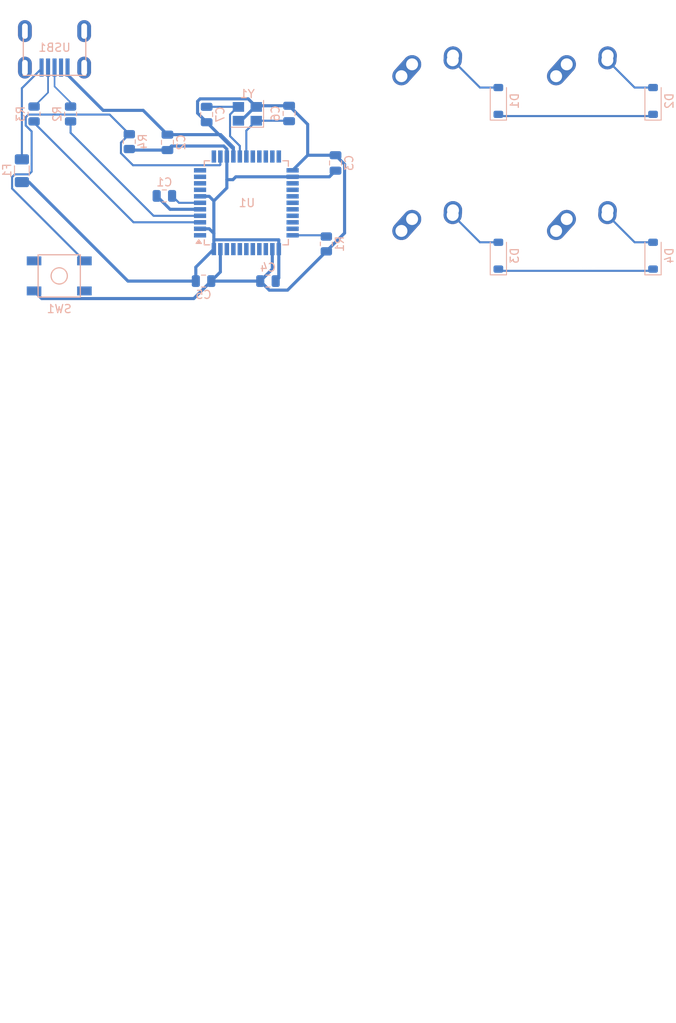
<source format=kicad_pcb>
(kicad_pcb (version 20240108) (generator "pcbnew") (generator_version "8.0")
  (layers (0 "F.Cu" signal) (31 "B.Cu" signal) (34 "B.Paste" user) (35 "F.Paste" user) (36 "B.SilkS" user "B.Silkscreen") (37 "F.SilkS" user "F.Silkscreen") (38 "B.Mask" user) (39 "F.Mask" user) (44 "Edge.Cuts" user))
  (net 0 "")
  (net 1 "Net-(U1-UCAP)")
  (net 2 "GND")
  (net 3 "+5V")
  (net 4 "Net-(U1-XTAL2)")
  (net 5 "Net-(U1-XTAL1)")
  (net 6 "Net-(D1-A)")
  (net 7 "ROW0")
  (net 8 "Net-(D2-A)")
  (net 9 "ROW1")
  (net 10 "Net-(D3-A)")
  (net 11 "Net-(D4-A)")
  (net 12 "VCC")
  (net 13 "COL0")
  (net 14 "COL1")
  (net 15 "Net-(U1-~{HWB}{slash}PE2)")
  (net 16 "D+")
  (net 17 "Net-(U1-D+)")
  (net 18 "D-")
  (net 19 "Net-(U1-D-)")
  (net 20 "Net-(U1-~{RESET})")
  (footprint "MX_Alps_Hybrid:MX-1U-NoLED" (layer "F.Cu") (at 192.111 89.852)
    (property "Reference" "MX4")
    (property "Value" "MX-NoLED")
    (pad "" np_thru_hole circle (at -5.08 0 48.0996) (size 1.75 1.75) (drill 1.75) (layers "*.Cu" "*.Mask"))
    (pad "" np_thru_hole circle (at 0 0) (size 3.9878 3.9878) (drill 3.9878) (layers "*.Cu" "*.Mask"))
    (pad "" np_thru_hole circle (at 5.08 0 48.0996) (size 1.75 1.75) (drill 1.75) (layers "*.Cu" "*.Mask"))
    (pad "1" thru_hole oval (at -3.81 -2.54 48.0996) (size 4.211556 2.25) (drill 1.47 (offset 0.980778 0)) (layers "*.Cu" "B.Mask") (net 14 "COL1"))
    (pad "1" thru_hole circle (at -2.5 -4) (size 2.25 2.25) (drill 1.47) (layers "*.Cu" "B.Mask") (net 14 "COL1"))
    (pad "2" thru_hole oval (at 2.5 -4.5 86.0548) (size 2.831378 2.25) (drill 1.47 (offset 0.290689 0)) (layers "*.Cu" "B.Mask") (net 11 "Net-(D4-A)"))
    (pad "2" thru_hole circle (at 2.54 -5.08) (size 2.25 2.25) (drill 1.47) (layers "*.Cu" "B.Mask") (net 11 "Net-(D4-A)"))
  )
  (footprint "MX_Alps_Hybrid:MX-1U-NoLED" (layer "F.Cu") (at 173.061 70.802)
    (property "Reference" "MX1")
    (property "Value" "MX-NoLED")
    (pad "" np_thru_hole circle (at -5.08 0 48.0996) (size 1.75 1.75) (drill 1.75) (layers "*.Cu" "*.Mask"))
    (pad "" np_thru_hole circle (at 0 0) (size 3.9878 3.9878) (drill 3.9878) (layers "*.Cu" "*.Mask"))
    (pad "" np_thru_hole circle (at 5.08 0 48.0996) (size 1.75 1.75) (drill 1.75) (layers "*.Cu" "*.Mask"))
    (pad "1" thru_hole oval (at -3.81 -2.54 48.0996) (size 4.211556 2.25) (drill 1.47 (offset 0.980778 0)) (layers "*.Cu" "B.Mask") (net 13 "COL0"))
    (pad "1" thru_hole circle (at -2.5 -4) (size 2.25 2.25) (drill 1.47) (layers "*.Cu" "B.Mask") (net 13 "COL0"))
    (pad "2" thru_hole oval (at 2.5 -4.5 86.0548) (size 2.831378 2.25) (drill 1.47 (offset 0.290689 0)) (layers "*.Cu" "B.Mask") (net 6 "Net-(D1-A)"))
    (pad "2" thru_hole circle (at 2.54 -5.08) (size 2.25 2.25) (drill 1.47) (layers "*.Cu" "B.Mask") (net 6 "Net-(D1-A)"))
  )
  (footprint "MX_Alps_Hybrid:MX-1U-NoLED" (layer "F.Cu") (at 192.111 70.802)
    (property "Reference" "MX2")
    (property "Value" "MX-NoLED")
    (pad "" np_thru_hole circle (at -5.08 0 48.0996) (size 1.75 1.75) (drill 1.75) (layers "*.Cu" "*.Mask"))
    (pad "" np_thru_hole circle (at 0 0) (size 3.9878 3.9878) (drill 3.9878) (layers "*.Cu" "*.Mask"))
    (pad "" np_thru_hole circle (at 5.08 0 48.0996) (size 1.75 1.75) (drill 1.75) (layers "*.Cu" "*.Mask"))
    (pad "1" thru_hole oval (at -3.81 -2.54 48.0996) (size 4.211556 2.25) (drill 1.47 (offset 0.980778 0)) (layers "*.Cu" "B.Mask") (net 14 "COL1"))
    (pad "1" thru_hole circle (at -2.5 -4) (size 2.25 2.25) (drill 1.47) (layers "*.Cu" "B.Mask") (net 14 "COL1"))
    (pad "2" thru_hole oval (at 2.5 -4.5 86.0548) (size 2.831378 2.25) (drill 1.47 (offset 0.290689 0)) (layers "*.Cu" "B.Mask") (net 8 "Net-(D2-A)"))
    (pad "2" thru_hole circle (at 2.54 -5.08) (size 2.25 2.25) (drill 1.47) (layers "*.Cu" "B.Mask") (net 8 "Net-(D2-A)"))
  )
  (footprint "MX_Alps_Hybrid:MX-1U-NoLED" (layer "F.Cu") (at 173.061 89.852)
    (property "Reference" "MX3")
    (property "Value" "MX-NoLED")
    (pad "" np_thru_hole circle (at -5.08 0 48.0996) (size 1.75 1.75) (drill 1.75) (layers "*.Cu" "*.Mask"))
    (pad "" np_thru_hole circle (at 0 0) (size 3.9878 3.9878) (drill 3.9878) (layers "*.Cu" "*.Mask"))
    (pad "" np_thru_hole circle (at 5.08 0 48.0996) (size 1.75 1.75) (drill 1.75) (layers "*.Cu" "*.Mask"))
    (pad "1" thru_hole oval (at -3.81 -2.54 48.0996) (size 4.211556 2.25) (drill 1.47 (offset 0.980778 0)) (layers "*.Cu" "B.Mask") (net 13 "COL0"))
    (pad "1" thru_hole circle (at -2.5 -4) (size 2.25 2.25) (drill 1.47) (layers "*.Cu" "B.Mask") (net 13 "COL0"))
    (pad "2" thru_hole oval (at 2.5 -4.5 86.0548) (size 2.831378 2.25) (drill 1.47 (offset 0.290689 0)) (layers "*.Cu" "B.Mask") (net 10 "Net-(D3-A)"))
    (pad "2" thru_hole circle (at 2.54 -5.08) (size 2.25 2.25) (drill 1.47) (layers "*.Cu" "B.Mask") (net 10 "Net-(D3-A)"))
  )
  (footprint "Crystal:Crystal_SMD_3225-4Pin_3.2x2.5mm" (layer "B.Cu") (at 150.27025 72.89425 180)
    (property "Reference" "Y1" (at 0 2.45 0) (layer "B.SilkS") (effects (justify mirror)))
    (property "Value" "16MHz")
    (fp_line (start 2 -1.65) (end -2 -1.65) (stroke (width 0.12)) (layer "B.SilkS"))
    (fp_line (start -2 -1.65) (end -2 1.65) (stroke (width 0.12)) (layer "B.SilkS"))
    (pad "1" smd rect (at -1.1 -0.85 180) (size 1.4 1.2) (layers "B.Cu" "B.Paste" "B.Mask") (net 5 "Net-(U1-XTAL1)"))
    (pad "2" smd rect (at 1.1 -0.85 180) (size 1.4 1.2) (layers "B.Cu" "B.Paste" "B.Mask") (net 2 "GND"))
    (pad "3" smd rect (at 1.1 0.85 180) (size 1.4 1.2) (layers "B.Cu" "B.Paste" "B.Mask") (net 4 "Net-(U1-XTAL2)"))
    (pad "4" smd rect (at -1.1 0.85 180) (size 1.4 1.2) (layers "B.Cu" "B.Paste" "B.Mask") (net 2 "GND"))
  )
  (footprint "Capacitor_SMD:C_0805_2012Metric" (layer "B.Cu") (at 155.41625 72.85225 -90)
    (property "Reference" "C6" (at 0 1.68 90) (layer "B.SilkS") (effects (justify mirror)))
    (property "Value" "22pF")
    (fp_line (start 0.261252 0.735) (end -0.261252 0.735) (stroke (width 0.12)) (layer "B.SilkS"))
    (fp_line (start 0.261252 -0.735) (end -0.261252 -0.735) (stroke (width 0.12)) (layer "B.SilkS"))
    (pad "1" smd roundrect (at -0.95 0 270) (size 1 1.45) (layers "B.Cu" "B.Paste" "B.Mask") (net 2 "GND"))
    (pad "2" smd roundrect (at 0.95 0 270) (size 1 1.45) (layers "B.Cu" "B.Paste" "B.Mask") (net 5 "Net-(U1-XTAL1)"))
  )
  (footprint "Diode_SMD:D_SOD-123" (layer "B.Cu") (at 181.189 90.361 90)
    (property "Reference" "D3" (at 0 2 90) (layer "B.SilkS") (effects (justify mirror)))
    (property "Value" "D_Small")
    (fp_line (start 1.65 -1) (end -2.36 -1) (stroke (width 0.12)) (layer "B.SilkS"))
    (fp_line (start -2.36 -1) (end -2.36 1) (stroke (width 0.12)) (layer "B.SilkS"))
    (fp_line (start 1.65 1) (end -2.36 1) (stroke (width 0.12)) (layer "B.SilkS"))
    (pad "1" smd roundrect (at -1.65 0 90) (size 0.9 1.2) (layers "B.Cu" "B.Paste" "B.Mask") (net 9 "ROW1"))
    (pad "2" smd roundrect (at 1.65 0 90) (size 0.9 1.2) (layers "B.Cu" "B.Paste" "B.Mask") (net 10 "Net-(D3-A)"))
  )
  (footprint "Capacitor_SMD:C_0805_2012Metric" (layer "B.Cu") (at 144.87525 93.48725)
    (property "Reference" "C5" (at 0 1.68 0) (layer "B.SilkS") (effects (justify mirror)))
    (property "Value" "10uF")
    (fp_line (start 0.261252 -0.735) (end -0.261252 -0.735) (stroke (width 0.12)) (layer "B.SilkS"))
    (fp_line (start 0.261252 0.735) (end -0.261252 0.735) (stroke (width 0.12)) (layer "B.SilkS"))
    (pad "1" smd roundrect (at -0.95 0) (size 1 1.45) (layers "B.Cu" "B.Paste" "B.Mask") (net 3 "+5V"))
    (pad "2" smd roundrect (at 0.95 0) (size 1 1.45) (layers "B.Cu" "B.Paste" "B.Mask") (net 2 "GND"))
  )
  (footprint "Diode_SMD:D_SOD-123" (layer "B.Cu") (at 200.239 71.31 90)
    (property "Reference" "D2" (at 0 2 90) (layer "B.SilkS") (effects (justify mirror)))
    (property "Value" "D_Small")
    (fp_line (start 1.65 -1) (end -2.36 -1) (stroke (width 0.12)) (layer "B.SilkS"))
    (fp_line (start -2.36 -1) (end -2.36 1) (stroke (width 0.12)) (layer "B.SilkS"))
    (fp_line (start 1.65 1) (end -2.36 1) (stroke (width 0.12)) (layer "B.SilkS"))
    (pad "1" smd roundrect (at -1.65 0 90) (size 0.9 1.2) (layers "B.Cu" "B.Paste" "B.Mask") (net 7 "ROW0"))
    (pad "2" smd roundrect (at 1.65 0 90) (size 0.9 1.2) (layers "B.Cu" "B.Paste" "B.Mask") (net 8 "Net-(D2-A)"))
  )
  (footprint "Capacitor_SMD:C_0805_2012Metric" (layer "B.Cu") (at 140.43025 76.40825 90)
    (property "Reference" "C2" (at 0 1.68 90) (layer "B.SilkS") (effects (justify mirror)))
    (property "Value" "0.1uF")
    (fp_line (start 0.261252 -0.735) (end -0.261252 -0.735) (stroke (width 0.12)) (layer "B.SilkS"))
    (fp_line (start 0.261252 0.735) (end -0.261252 0.735) (stroke (width 0.12)) (layer "B.SilkS"))
    (pad "1" smd roundrect (at -0.95 0 90) (size 1 1.45) (layers "B.Cu" "B.Paste" "B.Mask") (net 3 "+5V"))
    (pad "2" smd roundrect (at 0.95 0 90) (size 1 1.45) (layers "B.Cu" "B.Paste" "B.Mask") (net 2 "GND"))
  )
  (footprint "Diode_SMD:D_SOD-123" (layer "B.Cu") (at 181.189 71.311 90)
    (property "Reference" "D1" (at 0 2 90) (layer "B.SilkS") (effects (justify mirror)))
    (property "Value" "D_Small")
    (fp_line (start 1.65 -1) (end -2.36 -1) (stroke (width 0.12)) (layer "B.SilkS"))
    (fp_line (start -2.36 -1) (end -2.36 1) (stroke (width 0.12)) (layer "B.SilkS"))
    (fp_line (start 1.65 1) (end -2.36 1) (stroke (width 0.12)) (layer "B.SilkS"))
    (pad "1" smd roundrect (at -1.65 0 90) (size 0.9 1.2) (layers "B.Cu" "B.Paste" "B.Mask") (net 7 "ROW0"))
    (pad "2" smd roundrect (at 1.65 0 90) (size 0.9 1.2) (layers "B.Cu" "B.Paste" "B.Mask") (net 6 "Net-(D1-A)"))
  )
  (footprint "Capacitor_SMD:C_0805_2012Metric" (layer "B.Cu") (at 161.13125 78.94325 90)
    (property "Reference" "C3" (at 0 1.68 90) (layer "B.SilkS") (effects (justify mirror)))
    (property "Value" "0.1uF")
    (fp_line (start 0.261252 -0.735) (end -0.261252 -0.735) (stroke (width 0.12)) (layer "B.SilkS"))
    (fp_line (start 0.261252 0.735) (end -0.261252 0.735) (stroke (width 0.12)) (layer "B.SilkS"))
    (pad "1" smd roundrect (at -0.95 0 90) (size 1 1.45) (layers "B.Cu" "B.Paste" "B.Mask") (net 3 "+5V"))
    (pad "2" smd roundrect (at 0.95 0 90) (size 1 1.45) (layers "B.Cu" "B.Paste" "B.Mask") (net 2 "GND"))
  )
  (footprint "Capacitor_SMD:C_0805_2012Metric" (layer "B.Cu") (at 152.81025 93.48725 180)
    (property "Reference" "C4" (at 0 1.68 0) (layer "B.SilkS") (effects (justify mirror)))
    (property "Value" "0.1uF")
    (fp_line (start 0.261252 0.735) (end -0.261252 0.735) (stroke (width 0.12)) (layer "B.SilkS"))
    (fp_line (start 0.261252 -0.735) (end -0.261252 -0.735) (stroke (width 0.12)) (layer "B.SilkS"))
    (pad "1" smd roundrect (at -0.95 0 180) (size 1 1.45) (layers "B.Cu" "B.Paste" "B.Mask") (net 3 "+5V"))
    (pad "2" smd roundrect (at 0.95 0 180) (size 1 1.45) (layers "B.Cu" "B.Paste" "B.Mask") (net 2 "GND"))
  )
  (footprint "Capacitor_SMD:C_0805_2012Metric" (layer "B.Cu") (at 145.25625 72.97925 90)
    (property "Reference" "C7" (at 0 1.68 90) (layer "B.SilkS") (effects (justify mirror)))
    (property "Value" "22pF")
    (fp_line (start 0.261252 -0.735) (end -0.261252 -0.735) (stroke (width 0.12)) (layer "B.SilkS"))
    (fp_line (start 0.261252 0.735) (end -0.261252 0.735) (stroke (width 0.12)) (layer "B.SilkS"))
    (pad "1" smd roundrect (at -0.95 0 90) (size 1 1.45) (layers "B.Cu" "B.Paste" "B.Mask") (net 2 "GND"))
    (pad "2" smd roundrect (at 0.95 0 90) (size 1 1.45) (layers "B.Cu" "B.Paste" "B.Mask") (net 4 "Net-(U1-XTAL2)"))
  )
  (footprint "Resistor_SMD:R_0805_2012Metric" (layer "B.Cu") (at 128.5 72.9125 -90)
    (property "Reference" "R2" (at 0 1.65 90) (layer "B.SilkS") (effects (justify mirror)))
    (property "Value" "22")
    (fp_line (start 0.227064 0.735) (end -0.227064 0.735) (stroke (width 0.12)) (layer "B.SilkS"))
    (fp_line (start 0.227064 -0.735) (end -0.227064 -0.735) (stroke (width 0.12)) (layer "B.SilkS"))
    (pad "1" smd roundrect (at -0.9125 0 270) (size 1.025 1.4) (layers "B.Cu" "B.Paste" "B.Mask") (roundrect_rratio 0.243902) (net 16 "D+"))
    (pad "2" smd roundrect (at 0.9125 0 270) (size 1.025 1.4) (layers "B.Cu" "B.Paste" "B.Mask") (roundrect_rratio 0.243902) (net 17 "Net-(U1-D+)"))
  )
  (footprint "Resistor_SMD:R_0805_2012Metric" (layer "B.Cu") (at 135.73125 76.31875 90)
    (property "Reference" "R4" (at 0 1.65 90) (layer "B.SilkS") (effects (justify mirror)))
    (property "Value" "10k")
    (fp_line (start 0.227064 -0.735) (end -0.227064 -0.735) (stroke (width 0.12)) (layer "B.SilkS"))
    (fp_line (start 0.227064 0.735) (end -0.227064 0.735) (stroke (width 0.12)) (layer "B.SilkS"))
    (pad "1" smd roundrect (at -0.9125 0 90) (size 1.025 1.4) (layers "B.Cu" "B.Paste" "B.Mask") (roundrect_rratio 0.243902) (net 3 "+5V"))
    (pad "2" smd roundrect (at 0.9125 0 90) (size 1.025 1.4) (layers "B.Cu" "B.Paste" "B.Mask") (roundrect_rratio 0.243902) (net 20 "Net-(U1-~{RESET})"))
  )
  (footprint "random-keyboard-parts:Molex-0548190589" (layer "B.Cu") (at 126.525 62.70625 -90)
    (property "Reference" "USB1" (at 2.032 0 0) (layer "B.SilkS") (effects (justify mirror)))
    (property "Value" "Molex-0548190589")
    (fp_line (start 5.45 3.85) (end 0 3.85) (stroke (width 0.15)) (layer "B.SilkS"))
    (fp_line (start 5.45 -3.85) (end 5.45 3.85) (stroke (width 0.15)) (layer "B.SilkS"))
    (fp_line (start 5.45 -3.85) (end 0 -3.85) (stroke (width 0.15)) (layer "B.SilkS"))
    (pad "1" smd rect (at 4.5 -1.6 270) (size 2.25 0.5) (layers "B.Cu" "B.Paste" "B.Mask") (net 2 "GND"))
    (pad "2" smd rect (at 4.5 -0.8 270) (size 2.25 0.5) (layers "B.Cu" "B.Paste" "B.Mask"))
    (pad "3" smd rect (at 4.5 0 270) (size 2.25 0.5) (layers "B.Cu" "B.Paste" "B.Mask") (net 16 "D+"))
    (pad "4" smd rect (at 4.5 0.8 270) (size 2.25 0.5) (layers "B.Cu" "B.Paste" "B.Mask") (net 18 "D-"))
    (pad "5" smd rect (at 4.5 1.6 270) (size 2.25 0.5) (layers "B.Cu" "B.Paste" "B.Mask") (net 12 "VCC"))
    (pad "6" thru_hole oval (at 0 -3.65 270) (size 2.7 1.7) (drill oval 1.9 0.7) (layers "*.Cu" "*.Mask"))
    (pad "6" thru_hole oval (at 0 3.65 270) (size 2.7 1.7) (drill oval 1.9 0.7) (layers "*.Cu" "*.Mask"))
    (pad "6" thru_hole oval (at 4.5 -3.65 270) (size 2.7 1.7) (drill oval 1.9 0.7) (layers "*.Cu" "*.Mask"))
    (pad "6" thru_hole oval (at 4.5 3.65 270) (size 2.7 1.7) (drill oval 1.9 0.7) (layers "*.Cu" "*.Mask"))
  )
  (footprint "Package_QFP:TQFP-44_10x10mm_P0.8mm" (layer "B.Cu") (at 150.14625 83.85025)
    (property "Reference" "U1" (at 0.064 0.015 0) (layer "B.SilkS") (effects (justify mirror)))
    (property "Value" "ATmega32U4-A")
    (fp_line (start -5.175 -4.5) (end -5.175 -5.175) (stroke (width 0.15)) (layer "B.SilkS"))
    (fp_line (start -5.175 4.56) (end -5.175 5.175) (stroke (width 0.15)) (layer "B.SilkS"))
    (fp_line (start -4.5 -5.175) (end -5.175 -5.175) (stroke (width 0.15)) (layer "B.SilkS"))
    (fp_line (start -4.5 5.175) (end -5.175 5.175) (stroke (width 0.15)) (layer "B.SilkS"))
    (fp_line (start 4.5 -5.175) (end 5.175 -5.175) (stroke (width 0.15)) (layer "B.SilkS"))
    (fp_line (start 4.5 5.175) (end 5.175 5.175) (stroke (width 0.15)) (layer "B.SilkS"))
    (fp_line (start 5.175 -4.5) (end 5.175 -5.175) (stroke (width 0.15)) (layer "B.SilkS"))
    (fp_line (start 5.175 4.5) (end 5.175 5.175) (stroke (width 0.15)) (layer "B.SilkS"))
    (fp_poly (pts (xy -5.86 4.54) (xy -6.2 5.01) (xy -5.52 5.01) (xy -5.86 4.54)) (stroke (width 0.12)) (fill solid) (layer "B.SilkS"))
    (pad "1" smd rect (at -5.7 4) (size 1.5 0.55) (layers "B.Cu" "B.Paste" "B.Mask"))
    (pad "2" smd rect (at -5.7 3.2) (size 1.5 0.55) (layers "B.Cu" "B.Paste" "B.Mask") (net 3 "+5V"))
    (pad "3" smd rect (at -5.7 2.4) (size 1.5 0.55) (layers "B.Cu" "B.Paste" "B.Mask") (net 19 "Net-(U1-D-)"))
    (pad "4" smd rect (at -5.7 1.6) (size 1.5 0.55) (layers "B.Cu" "B.Paste" "B.Mask") (net 17 "Net-(U1-D+)"))
    (pad "5" smd rect (at -5.7 0.8) (size 1.5 0.55) (layers "B.Cu" "B.Paste" "B.Mask") (net 2 "GND"))
    (pad "6" smd rect (at -5.7 0) (size 1.5 0.55) (layers "B.Cu" "B.Paste" "B.Mask") (net 1 "Net-(U1-UCAP)"))
    (pad "7" smd rect (at -5.7 -0.8) (size 1.5 0.55) (layers "B.Cu" "B.Paste" "B.Mask") (net 3 "+5V"))
    (pad "8" smd rect (at -5.7 -1.6) (size 1.5 0.55) (layers "B.Cu" "B.Paste" "B.Mask"))
    (pad "9" smd rect (at -5.7 -2.4) (size 1.5 0.55) (layers "B.Cu" "B.Paste" "B.Mask"))
    (pad "10" smd rect (at -5.7 -3.2) (size 1.5 0.55) (layers "B.Cu" "B.Paste" "B.Mask"))
    (pad "11" smd rect (at -5.7 -4) (size 1.5 0.55) (layers "B.Cu" "B.Paste" "B.Mask"))
    (pad "12" smd rect (at -4 -5.7 270) (size 1.5 0.55) (layers "B.Cu" "B.Paste" "B.Mask"))
    (pad "13" smd rect (at -3.2 -5.7 270) (size 1.5 0.55) (layers "B.Cu" "B.Paste" "B.Mask") (net 20 "Net-(U1-~{RESET})"))
    (pad "14" smd rect (at -2.4 -5.7 270) (size 1.5 0.55) (layers "B.Cu" "B.Paste" "B.Mask") (net 3 "+5V"))
    (pad "15" smd rect (at -1.6 -5.7 270) (size 1.5 0.55) (layers "B.Cu" "B.Paste" "B.Mask") (net 2 "GND"))
    (pad "16" smd rect (at -0.8 -5.7 270) (size 1.5 0.55) (layers "B.Cu" "B.Paste" "B.Mask") (net 4 "Net-(U1-XTAL2)"))
    (pad "17" smd rect (at 0 -5.7 270) (size 1.5 0.55) (layers "B.Cu" "B.Paste" "B.Mask") (net 5 "Net-(U1-XTAL1)"))
    (pad "18" smd rect (at 0.8 -5.7 270) (size 1.5 0.55) (layers "B.Cu" "B.Paste" "B.Mask"))
    (pad "19" smd rect (at 1.6 -5.7 270) (size 1.5 0.55) (layers "B.Cu" "B.Paste" "B.Mask"))
    (pad "20" smd rect (at 2.4 -5.7 270) (size 1.5 0.55) (layers "B.Cu" "B.Paste" "B.Mask"))
    (pad "21" smd rect (at 3.2 -5.7 270) (size 1.5 0.55) (layers "B.Cu" "B.Paste" "B.Mask"))
    (pad "22" smd rect (at 4 -5.7 270) (size 1.5 0.55) (layers "B.Cu" "B.Paste" "B.Mask"))
    (pad "23" smd rect (at 5.7 -4) (size 1.5 0.55) (layers "B.Cu" "B.Paste" "B.Mask") (net 2 "GND"))
    (pad "24" smd rect (at 5.7 -3.2) (size 1.5 0.55) (layers "B.Cu" "B.Paste" "B.Mask") (net 3 "+5V"))
    (pad "25" smd rect (at 5.7 -2.4) (size 1.5 0.55) (layers "B.Cu" "B.Paste" "B.Mask"))
    (pad "26" smd rect (at 5.7 -1.6) (size 1.5 0.55) (layers "B.Cu" "B.Paste" "B.Mask"))
    (pad "27" smd rect (at 5.7 -0.8) (size 1.5 0.55) (layers "B.Cu" "B.Paste" "B.Mask"))
    (pad "28" smd rect (at 5.7 0) (size 1.5 0.55) (layers "B.Cu" "B.Paste" "B.Mask"))
    (pad "29" smd rect (at 5.7 0.8) (size 1.5 0.55) (layers "B.Cu" "B.Paste" "B.Mask"))
    (pad "30" smd rect (at 5.7 1.6) (size 1.5 0.55) (layers "B.Cu" "B.Paste" "B.Mask"))
    (pad "31" smd rect (at 5.7 2.4) (size 1.5 0.55) (layers "B.Cu" "B.Paste" "B.Mask"))
    (pad "32" smd rect (at 5.7 3.2) (size 1.5 0.55) (layers "B.Cu" "B.Paste" "B.Mask"))
    (pad "33" smd rect (at 5.7 4) (size 1.5 0.55) (layers "B.Cu" "B.Paste" "B.Mask") (net 15 "Net-(U1-~{HWB}{slash}PE2)"))
    (pad "34" smd rect (at 4 5.7 270) (size 1.5 0.55) (layers "B.Cu" "B.Paste" "B.Mask") (net 3 "+5V"))
    (pad "35" smd rect (at 3.2 5.7 270) (size 1.5 0.55) (layers "B.Cu" "B.Paste" "B.Mask") (net 2 "GND"))
    (pad "36" smd rect (at 2.4 5.7 270) (size 1.5 0.55) (layers "B.Cu" "B.Paste" "B.Mask"))
    (pad "37" smd rect (at 1.6 5.7 270) (size 1.5 0.55) (layers "B.Cu" "B.Paste" "B.Mask"))
    (pad "38" smd rect (at 0.8 5.7 270) (size 1.5 0.55) (layers "B.Cu" "B.Paste" "B.Mask"))
    (pad "39" smd rect (at 0 5.7 270) (size 1.5 0.55) (layers "B.Cu" "B.Paste" "B.Mask"))
    (pad "40" smd rect (at -0.8 5.7 270) (size 1.5 0.55) (layers "B.Cu" "B.Paste" "B.Mask"))
    (pad "41" smd rect (at -1.6 5.7 270) (size 1.5 0.55) (layers "B.Cu" "B.Paste" "B.Mask"))
    (pad "42" smd rect (at -2.4 5.7 270) (size 1.5 0.55) (layers "B.Cu" "B.Paste" "B.Mask"))
    (pad "43" smd rect (at -3.2 5.7 270) (size 1.5 0.55) (layers "B.Cu" "B.Paste" "B.Mask") (net 2 "GND"))
    (pad "44" smd rect (at -4 5.7 270) (size 1.5 0.55) (layers "B.Cu" "B.Paste" "B.Mask") (net 3 "+5V"))
  )
  (footprint "random-keyboard-parts:SKQG-1155865" (layer "B.Cu") (at 127.1 92.85 180)
    (property "Reference" "SW1" (at 0 -4.064 0) (layer "B.SilkS") (effects (justify mirror)))
    (property "Value" "SW_Push")
    (fp_line (start 2.6 2.6) (end -2.6 2.6) (stroke (width 0.15)) (layer "B.SilkS"))
    (fp_line (start 2.6 -2.6) (end 2.6 2.6) (stroke (width 0.15)) (layer "B.SilkS"))
    (fp_line (start -2.6 2.6) (end -2.6 -2.6) (stroke (width 0.15)) (layer "B.SilkS"))
    (fp_line (start -2.6 -2.6) (end 2.6 -2.6) (stroke (width 0.15)) (layer "B.SilkS"))
    (fp_circle (center 0 0) (end 1 0) (stroke (width 0.15)) (fill none) (layer "B.SilkS"))
    (pad "1" smd rect (at 3.1 -1.85 180) (size 1.8 1.1) (layers "B.Cu" "B.Paste" "B.Mask") (net 2 "GND"))
    (pad "2" smd rect (at -3.1 1.85 180) (size 1.8 1.1) (layers "B.Cu" "B.Paste" "B.Mask") (net 20 "Net-(U1-~{RESET})"))
    (pad "3" smd rect (at 3.1 1.85 180) (size 1.8 1.1) (layers "B.Cu" "B.Paste" "B.Mask"))
    (pad "4" smd rect (at -3.1 -1.85 180) (size 1.8 1.1) (layers "B.Cu" "B.Paste" "B.Mask"))
  )
  (footprint "Capacitor_SMD:C_0805_2012Metric" (layer "B.Cu") (at 140.05 83 180)
    (property "Reference" "C1" (at 0 1.68 0) (layer "B.SilkS") (effects (justify mirror)))
    (property "Value" "1uF")
    (fp_line (start 0.261252 0.735) (end -0.261252 0.735) (stroke (width 0.12)) (layer "B.SilkS"))
    (fp_line (start 0.261252 -0.735) (end -0.261252 -0.735) (stroke (width 0.12)) (layer "B.SilkS"))
    (pad "1" smd roundrect (at -0.95 0 180) (size 1 1.45) (layers "B.Cu" "B.Paste" "B.Mask") (net 1 "Net-(U1-UCAP)"))
    (pad "2" smd roundrect (at 0.95 0 180) (size 1 1.45) (layers "B.Cu" "B.Paste" "B.Mask") (net 2 "GND"))
  )
  (footprint "Diode_SMD:D_SOD-123" (layer "B.Cu") (at 200.239 90.361 90)
    (property "Reference" "D4" (at 0 2 90) (layer "B.SilkS") (effects (justify mirror)))
    (property "Value" "D_Small")
    (fp_line (start 1.65 -1) (end -2.36 -1) (stroke (width 0.12)) (layer "B.SilkS"))
    (fp_line (start -2.36 -1) (end -2.36 1) (stroke (width 0.12)) (layer "B.SilkS"))
    (fp_line (start 1.65 1) (end -2.36 1) (stroke (width 0.12)) (layer "B.SilkS"))
    (pad "1" smd roundrect (at -1.65 0 90) (size 0.9 1.2) (layers "B.Cu" "B.Paste" "B.Mask") (net 9 "ROW1"))
    (pad "2" smd roundrect (at 1.65 0 90) (size 0.9 1.2) (layers "B.Cu" "B.Paste" "B.Mask") (net 11 "Net-(D4-A)"))
  )
  (footprint "Resistor_SMD:R_0805_2012Metric" (layer "B.Cu") (at 160 88.9125 90)
    (property "Reference" "R1" (at 0 1.65 90) (layer "B.SilkS") (effects (justify mirror)))
    (property "Value" "10k")
    (fp_line (start 0.227064 -0.735) (end -0.227064 -0.735) (stroke (width 0.12)) (layer "B.SilkS"))
    (fp_line (start 0.227064 0.735) (end -0.227064 0.735) (stroke (width 0.12)) (layer "B.SilkS"))
    (pad "1" smd roundrect (at -0.9125 0 90) (size 1.025 1.4) (layers "B.Cu" "B.Paste" "B.Mask") (roundrect_rratio 0.243902) (net 2 "GND"))
    (pad "2" smd roundrect (at 0.9125 0 90) (size 1.025 1.4) (layers "B.Cu" "B.Paste" "B.Mask") (roundrect_rratio 0.243902) (net 15 "Net-(U1-~{HWB}{slash}PE2)"))
  )
  (footprint "Fuse:Fuse_1206_3216Metric" (layer "B.Cu") (at 122.5 79.9 -90)
    (property "Reference" "F1" (at 0 1.82 90) (layer "B.SilkS") (effects (justify mirror)))
    (property "Value" "500mA")
    (fp_line (start 0.602064 0.91) (end -0.602064 0.91) (stroke (width 0.12)) (layer "B.SilkS"))
    (fp_line (start 0.602064 -0.91) (end -0.602064 -0.91) (stroke (width 0.12)) (layer "B.SilkS"))
    (pad "1" smd roundrect (at -1.4 0 270) (size 1.25 1.75) (layers "B.Cu" "B.Paste" "B.Mask") (roundrect_rratio 0.2) (net 12 "VCC"))
    (pad "2" smd roundrect (at 1.4 0 270) (size 1.25 1.75) (layers "B.Cu" "B.Paste" "B.Mask") (roundrect_rratio 0.2) (net 3 "+5V"))
  )
  (footprint "Resistor_SMD:R_0805_2012Metric" (layer "B.Cu") (at 124 72.9125 -90)
    (property "Reference" "R3" (at 0 1.65 90) (layer "B.SilkS") (effects (justify mirror)))
    (property "Value" "22")
    (fp_line (start 0.227064 0.735) (end -0.227064 0.735) (stroke (width 0.12)) (layer "B.SilkS"))
    (fp_line (start 0.227064 -0.735) (end -0.227064 -0.735) (stroke (width 0.12)) (layer "B.SilkS"))
    (pad "1" smd roundrect (at -0.9125 0 270) (size 1.025 1.4) (layers "B.Cu" "B.Paste" "B.Mask") (roundrect_rratio 0.243902) (net 18 "D-"))
    (pad "2" smd roundrect (at 0.9125 0 270) (size 1.025 1.4) (layers "B.Cu" "B.Paste" "B.Mask") (roundrect_rratio 0.243902) (net 19 "Net-(U1-D-)"))
  )
  (segment (start 141 83) (end 141.85025 83.85025) (width 0.254) (layer "B.Cu") (net 1))
  (segment (start 141.85025 83.85025) (end 144.44625 83.85025) (width 0.254) (layer "B.Cu") (net 1))
  (segment (start 128.125 68.08125) (end 132.51175 72.468) (width 0.381) (layer "B.Cu") (net 2))
  (segment (start 124.9405 95.6405) (end 143.672 95.6405) (width 0.381) (layer "B.Cu") (net 2))
  (segment (start 148.54625 77.01925) (end 148.54625 78.15025) (width 0.381) (layer "B.Cu") (net 2))
  (segment (start 161.13125 77.99325) (end 157.70325 77.99325) (width 0.381) (layer "B.Cu") (net 2))
  (segment (start 150.37975 71.05375) (end 151.37025 72.04425) (width 0.381) (layer "B.Cu") (net 2))
  (segment (start 144.14075 72.81375) (end 144.14075 71.35925) (width 0.381) (layer "B.Cu") (net 2))
  (segment (start 157.70325 77.99325) (end 155.84625 79.85025) (width 0.381) (layer "B.Cu") (net 2))
  (segment (start 162.24675 79.10875) (end 161.13125 77.99325) (width 0.381) (layer "B.Cu") (net 2))
  (segment (start 155.41625 71.90225) (end 151.51225 71.90225) (width 0.381) (layer "B.Cu") (net 2))
  (segment (start 145.25625 73.92925) (end 144.14075 72.81375) (width 0.381) (layer "B.Cu") (net 2))
  (segment (start 153.34625 92.00125) (end 153.34625 89.55025) (width 0.381) (layer "B.Cu") (net 2))
  (segment (start 144.14075 71.35925) (end 144.44625 71.05375) (width 0.381) (layer "B.Cu") (net 2))
  (segment (start 160 89.825) (end 162.24675 87.57825) (width 0.381) (layer "B.Cu") (net 2))
  (segment (start 137.44 72.468) (end 140.43025 75.45825) (width 0.381) (layer "B.Cu") (net 2))
  (segment (start 160 89.825) (end 155.22225 94.60275) (width 0.381) (layer "B.Cu") (net 2))
  (segment (start 151.2095 72.04425) (end 149.5095 73.74425) (width 0.381) (layer "B.Cu") (net 2))
  (segment (start 128.125 67.20625) (end 128.125 68.08125) (width 0.381) (layer "B.Cu") (net 2))
  (segment (start 151.51225 71.90225) (end 151.37025 72.04425) (width 0.381) (layer "B.Cu") (net 2))
  (segment (start 140.43025 75.45825) (end 146.98525 75.45825) (width 0.381) (layer "B.Cu") (net 2))
  (segment (start 145.82525 93.48725) (end 151.86025 93.48725) (width 0.381) (layer "B.Cu") (net 2))
  (segment (start 139.1 83) (end 140.75025 84.65025) (width 0.381) (layer "B.Cu") (net 2))
  (segment (start 148.54625 77.21925) (end 148.54625 78.15025) (width 0.381) (layer "B.Cu") (net 2))
  (segment (start 151.86025 93.48725) (end 153.34625 92.00125) (width 0.381) (layer "B.Cu") (net 2))
  (segment (start 152.97575 94.60275) (end 151.86025 93.48725) (width 0.381) (layer "B.Cu") (net 2))
  (segment (start 155.22225 94.60275) (end 152.97575 94.60275) (width 0.381) (layer "B.Cu") (net 2))
  (segment (start 144.44625 71.05375) (end 150.37975 71.05375) (width 0.381) (layer "B.Cu") (net 2))
  (segment (start 145.25625 73.92925) (end 148.54625 77.21925) (width 0.381) (layer "B.Cu") (net 2))
  (segment (start 132.51175 72.468) (end 137.44 72.468) (width 0.381) (layer "B.Cu") (net 2))
  (segment (start 140.75025 84.65025) (end 144.44625 84.65025) (width 0.381) (layer "B.Cu") (net 2))
  (segment (start 155.41625 71.90225) (end 157.70325 74.18925) (width 0.381) (layer "B.Cu") (net 2))
  (segment (start 145.82525 93.48725) (end 146.94625 92.36625) (width 0.381) (layer "B.Cu") (net 2))
  (segment (start 143.672 95.6405) (end 145.82525 93.48725) (width 0.381) (layer "B.Cu") (net 2))
  (segment (start 146.94625 92.36625) (end 146.94625 89.55025) (width 0.381) (layer "B.Cu") (net 2))
  (segment (start 162.24675 87.57825) (end 162.24675 79.10875) (width 0.381) (layer "B.Cu") (net 2))
  (segment (start 149.5095 73.74425) (end 149.17025 73.74425) (width 0.381) (layer "B.Cu") (net 2))
  (segment (start 124 94.7) (end 124.9405 95.6405) (width 0.381) (layer "B.Cu") (net 2))
  (segment (start 151.37025 72.04425) (end 151.2095 72.04425) (width 0.381) (layer "B.Cu") (net 2))
  (segment (start 157.70325 74.18925) (end 157.70325 77.99325) (width 0.381) (layer "B.Cu") (net 2))
  (segment (start 146.98525 75.45825) (end 148.54625 77.01925) (width 0.381) (layer "B.Cu") (net 2))
  (segment (start 147.363654 76.858312) (end 147.74625 77.240908) (width 0.381) (layer "B.Cu") (net 3))
  (segment (start 147.74625 77.240908) (end 147.74625 78.15025) (width 0.381) (layer "B.Cu") (net 3))
  (segment (start 148.84975 80.65025) (end 155.84625 80.65025) (width 0.381) (layer "B.Cu") (net 3))
  (segment (start 146.15575 88.40975) (end 154.13675 88.40975) (width 0.381) (layer "B.Cu") (net 3))
  (segment (start 140.43025 77.35825) (end 135.85825 77.35825) (width 0.381) (layer "B.Cu") (net 3))
  (segment (start 140.43025 77.35825) (end 140.930188 76.858312) (width 0.381) (layer "B.Cu") (net 3))
  (segment (start 146.14625 83.61925) (end 147.74625 82.01925) (width 0.381) (layer "B.Cu") (net 3))
  (segment (start 155.84625 80.65025) (end 160.37425 80.65025) (width 0.381) (layer "B.Cu") (net 3))
  (segment (start 123.375 81.3) (end 135.56225 93.48725) (width 0.381) (layer "B.Cu") (net 3))
  (segment (start 146.14625 87.61925) (end 145.57725 87.05025) (width 0.381) (layer "B.Cu") (net 3))
  (segment (start 154.13675 88.40975) (end 154.14625 88.41925) (width 0.381) (layer "B.Cu") (net 3))
  (segment (start 145.57725 87.05025) (end 144.44625 87.05025) (width 0.381) (layer "B.Cu") (net 3))
  (segment (start 146.14625 88.41925) (end 146.14625 87.61925) (width 0.381) (layer "B.Cu") (net 3))
  (segment (start 154.14625 93.10125) (end 153.76025 93.48725) (width 0.381) (layer "B.Cu") (net 3))
  (segment (start 147.74625 81) (end 148.5 81) (width 0.381) (layer "B.Cu") (net 3))
  (segment (start 135.85825 77.35825) (end 135.73125 77.23125) (width 0.381) (layer "B.Cu") (net 3))
  (segment (start 147.74625 82.01925) (end 147.74625 81) (width 0.381) (layer "B.Cu") (net 3))
  (segment (start 145.57725 83.05025) (end 144.44625 83.05025) (width 0.381) (layer "B.Cu") (net 3))
  (segment (start 143.92525 91.77125) (end 146.14625 89.55025) (width 0.381) (layer "B.Cu") (net 3))
  (segment (start 148.5 81) (end 148.84975 80.65025) (width 0.381) (layer "B.Cu") (net 3))
  (segment (start 147.74625 81) (end 147.74625 78.15025) (width 0.381) (layer "B.Cu") (net 3))
  (segment (start 140.930188 76.858312) (end 147.363654 76.858312) (width 0.381) (layer "B.Cu") (net 3))
  (segment (start 146.14625 89.55025) (end 146.14625 88.41925) (width 0.381) (layer "B.Cu") (net 3))
  (segment (start 146.14625 88.41925) (end 146.15575 88.40975) (width 0.381) (layer "B.Cu") (net 3))
  (segment (start 143.92525 93.48725) (end 143.92525 91.77125) (width 0.381) (layer "B.Cu") (net 3))
  (segment (start 122.5 81.3) (end 123.375 81.3) (width 0.381) (layer "B.Cu") (net 3))
  (segment (start 154.14625 88.41925) (end 154.14625 89.55025) (width 0.381) (layer "B.Cu") (net 3))
  (segment (start 154.14625 89.55025) (end 154.14625 93.10125) (width 0.381) (layer "B.Cu") (net 3))
  (segment (start 135.56225 93.48725) (end 143.92525 93.48725) (width 0.381) (layer "B.Cu") (net 3))
  (segment (start 160.37425 80.65025) (end 161.13125 79.89325) (width 0.381) (layer "B.Cu") (net 3))
  (segment (start 146.14625 83.61925) (end 145.57725 83.05025) (width 0.381) (layer "B.Cu") (net 3))
  (segment (start 146.14625 87.61925) (end 146.14625 83.61925) (width 0.381) (layer "B.Cu") (net 3))
  (segment (start 148.14325 75.64325) (end 149.34625 76.84625) (width 0.254) (layer "B.Cu") (net 4))
  (segment (start 149.07025 72.04425) (end 148.14325 72.97125) (width 0.254) (layer "B.Cu") (net 4))
  (segment (start 148.14325 72.97125) (end 148.14325 75.64325) (width 0.254) (layer "B.Cu") (net 4))
  (segment (start 149.17025 72.04425) (end 149.07025 72.04425) (width 0.254) (layer "B.Cu") (net 4))
  (segment (start 145.25625 72.02925) (end 149.15525 72.02925) (width 0.254) (layer "B.Cu") (net 4))
  (segment (start 149.34625 76.84625) (end 149.34625 78.15025) (width 0.254) (layer "B.Cu") (net 4))
  (segment (start 149.15525 72.02925) (end 149.17025 72.04425) (width 0.254) (layer "B.Cu") (net 4))
  (segment (start 155.35825 73.74425) (end 155.41625 73.80225) (width 0.254) (layer "B.Cu") (net 5))
  (segment (start 151.37025 73.74425) (end 155.35825 73.74425) (width 0.254) (layer "B.Cu") (net 5))
  (segment (start 150.14625 74.96825) (end 150.14625 78.15025) (width 0.254) (layer "B.Cu") (net 5))
  (segment (start 151.37025 73.74425) (end 150.14625 74.96825) (width 0.254) (layer "B.Cu") (net 5))
  (segment (start 178.92 69.661) (end 175.561 66.302) (width 0.254) (layer "B.Cu") (net 6))
  (segment (start 181.189 69.661) (end 178.92 69.661) (width 0.254) (layer "B.Cu") (net 6))
  (segment (start 181.4009 73.1729) (end 200.0261 73.1729) (width 0.254) (layer "B.Cu") (net 7))
  (segment (start 181.189 72.961) (end 181.4009 73.1729) (width 0.254) (layer "B.Cu") (net 7))
  (segment (start 200.0261 73.1729) (end 200.239 72.96) (width 0.254) (layer "B.Cu") (net 7))
  (segment (start 200.239 69.66) (end 197.969 69.66) (width 0.254) (layer "B.Cu") (net 8))
  (segment (start 197.969 69.66) (end 194.611 66.302) (width 0.254) (layer "B.Cu") (net 8))
  (segment (start 200.0271 92.2229) (end 200.239 92.011) (width 0.254) (layer "B.Cu") (net 9))
  (segment (start 181.189 92.011) (end 181.4009 92.2229) (width 0.254) (layer "B.Cu") (net 9))
  (segment (start 181.4009 92.2229) (end 200.0271 92.2229) (width 0.254) (layer "B.Cu") (net 9))
  (segment (start 181.189 88.711) (end 178.92 88.711) (width 0.254) (layer "B.Cu") (net 10))
  (segment (start 178.92 88.711) (end 175.561 85.352) (width 0.254) (layer "B.Cu") (net 10))
  (segment (start 200.239 88.711) (end 197.97 88.711) (width 0.254) (layer "B.Cu") (net 11))
  (segment (start 197.97 88.711) (end 194.611 85.352) (width 0.254) (layer "B.Cu") (net 11))
  (segment (start 124.925 67.320779) (end 124.925 67.20625) (width 0.254) (layer "B.Cu") (net 12))
  (segment (start 122.5 78.5) (end 122.5 69.745779) (width 0.254) (layer "B.Cu") (net 12))
  (segment (start 122.5 69.745779) (end 124.925 67.320779) (width 0.254) (layer "B.Cu") (net 12))
  (segment (start 159.85025 87.85025) (end 160 88) (width 0.254) (layer "B.Cu") (net 15))
  (segment (start 155.84625 87.85025) (end 159.85025 87.85025) (width 0.254) (layer "B.Cu") (net 15))
  (segment (start 128.5 72) (end 128.5 71.5) (width 0.2) (layer "B.Cu") (net 16))
  (segment (start 128.5 71.5) (end 126.525 69.525) (width 0.2) (layer "B.Cu") (net 16))
  (segment (start 126.525 69.525) (end 126.525 67.20625) (width 0.2) (layer "B.Cu") (net 16))
  (segment (start 138.724322 85.45025) (end 144.44625 85.45025) (width 0.254) (layer "B.Cu") (net 17))
  (segment (start 128.5 75.225928) (end 138.724322 85.45025) (width 0.254) (layer "B.Cu") (net 17))
  (segment (start 128.5 73.825) (end 128.5 75.225928) (width 0.254) (layer "B.Cu") (net 17))
  (segment (start 125.725 70.275) (end 125.725 67.20625) (width 0.2) (layer "B.Cu") (net 18))
  (segment (start 124 72) (end 125.725 70.275) (width 0.2) (layer "B.Cu") (net 18))
  (segment (start 124 73.825) (end 124 74) (width 0.254) (layer "B.Cu") (net 19))
  (segment (start 124 74) (end 136.25025 86.25025) (width 0.254) (layer "B.Cu") (net 19))
  (segment (start 136.25025 86.25025) (end 144.44625 86.25025) (width 0.254) (layer "B.Cu") (net 19))
  (segment (start 146.87325 79.22725) (end 146.94625 79.15425) (width 0.254) (layer "B.Cu") (net 20))
  (segment (start 136.191822 79.22725) (end 146.87325 79.22725) (width 0.254) (layer "B.Cu") (net 20))
  (segment (start 134.70425 76.43325) (end 134.70425 77.739678) (width 0.254) (layer "B.Cu") (net 20))
  (segment (start 121.298 82.098) (end 121.298 80.679072) (width 0.254) (layer "B.Cu") (net 20))
  (segment (start 123.702 75.062428) (end 122.973 74.333428) (width 0.254) (layer "B.Cu") (net 20))
  (segment (start 130.2 91) (end 121.298 82.098) (width 0.254) (layer "B.Cu") (net 20))
  (segment (start 123.702 80.016928) (end 123.702 75.062428) (width 0.254) (layer "B.Cu") (net 20))
  (segment (start 146.94625 79.15425) (end 146.94625 78.15025) (width 0.254) (layer "B.Cu") (net 20))
  (segment (start 135.73125 75.40625) (end 134.70425 76.43325) (width 0.254) (layer "B.Cu") (net 20))
  (segment (start 123.370928 80.348) (end 123.702 80.016928) (width 0.254) (layer "B.Cu") (net 20))
  (segment (start 121.298 80.679072) (end 121.629072 80.348) (width 0.254) (layer "B.Cu") (net 20))
  (segment (start 134.70425 77.739678) (end 136.191822 79.22725) (width 0.254) (layer "B.Cu") (net 20))
  (segment (start 123.304072 72.9855) (end 133.3105 72.9855) (width 0.254) (layer "B.Cu") (net 20))
  (segment (start 122.973 73.316572) (end 123.304072 72.9855) (width 0.254) (layer "B.Cu") (net 20))
  (segment (start 122.973 74.333428) (end 122.973 73.316572) (width 0.254) (layer "B.Cu") (net 20))
  (segment (start 121.629072 80.348) (end 123.370928 80.348) (width 0.254) (layer "B.Cu") (net 20))
  (segment (start 133.3105 72.9855) (end 135.73125 75.40625) (width 0.254) (layer "B.Cu") (net 20))
)
</source>
